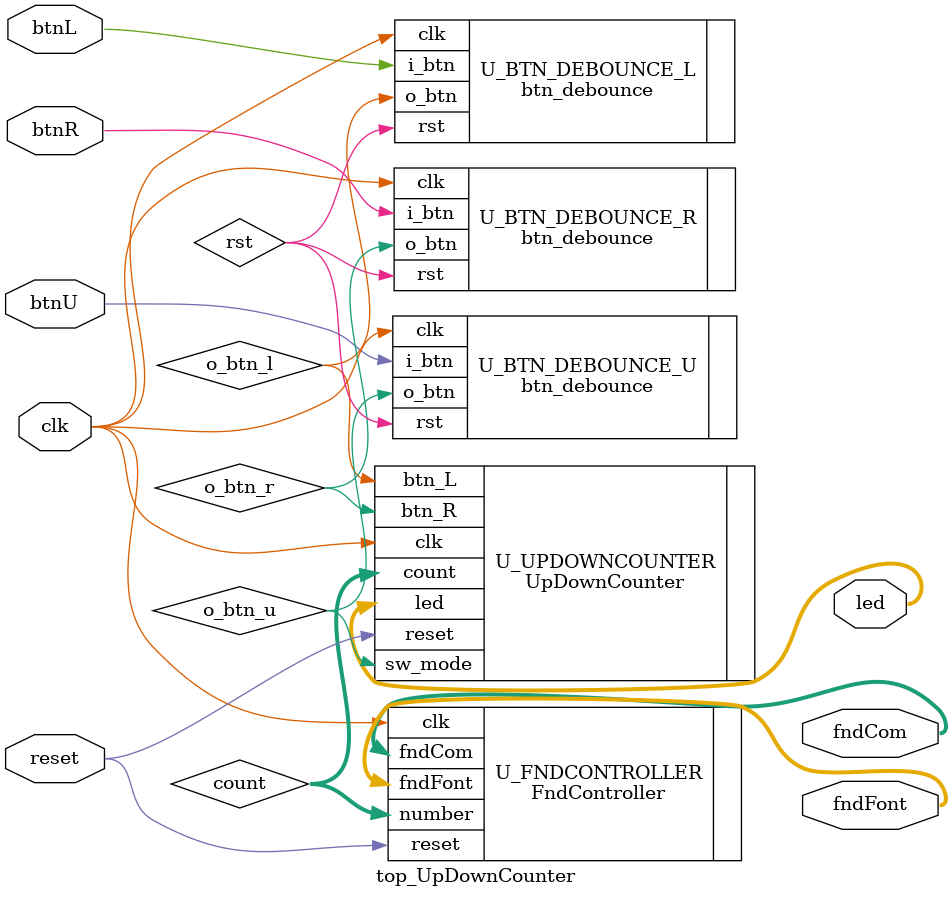
<source format=sv>
`timescale 1ns / 1ps

module top_UpDownCounter (
    input  logic       clk,
    input  logic       reset,
    input  logic       btnU,
    input  logic       btnL,
    input  logic       btnR,
    output logic [3:0] led,
    output logic [3:0] fndCom,
    output logic [7:0] fndFont
);

    logic [13:0] count;
    logic o_btn_u, o_btn_l, o_btn_r;

    btn_debounce U_BTN_DEBOUNCE_U (
        .clk  (clk),
        .rst  (rst),
        .i_btn(btnU),
        .o_btn(o_btn_u)
    );

    btn_debounce U_BTN_DEBOUNCE_L (
        .clk  (clk),
        .rst  (rst),
        .i_btn(btnL),
        .o_btn(o_btn_l)
    );

    btn_debounce U_BTN_DEBOUNCE_R (
        .clk  (clk),
        .rst  (rst),
        .i_btn(btnR),
        .o_btn(o_btn_r)
    );

    UpDownCounter U_UPDOWNCOUNTER (
        .clk    (clk),
        .reset  (reset),
        .sw_mode(o_btn_u),
        .btn_L  (o_btn_l),
        .btn_R  (o_btn_r),
        .led    (led),
        .count  (count)
    );

    FndController U_FNDCONTROLLER (
        .clk    (clk),
        .reset  (reset),
        .number (count),
        .fndCom (fndCom),
        .fndFont(fndFont)
    );

endmodule

</source>
